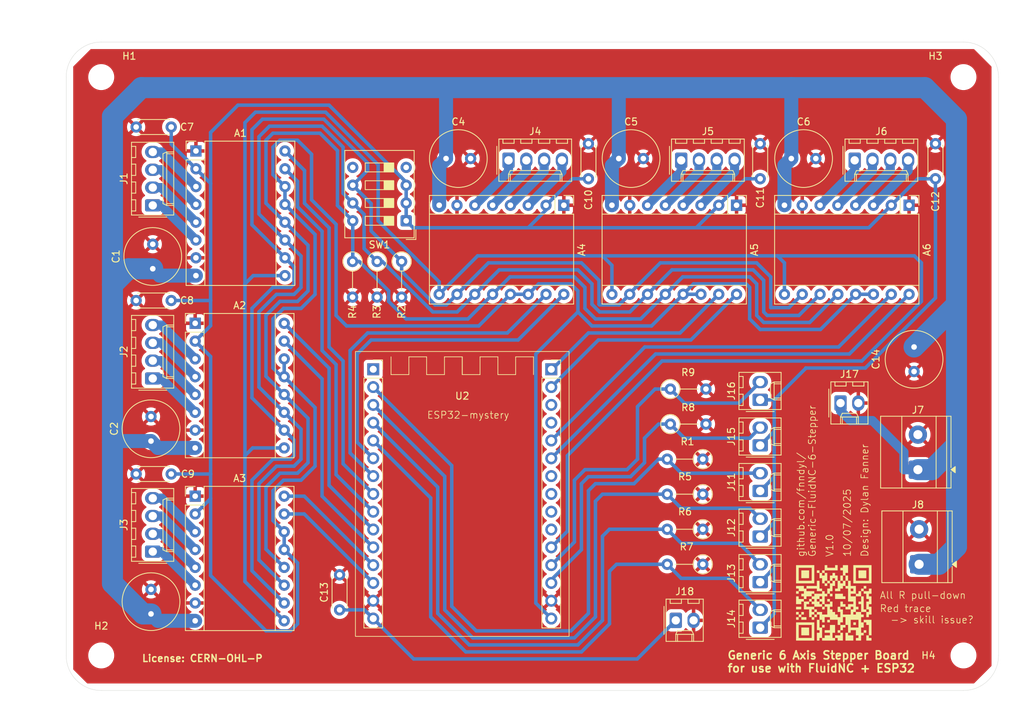
<source format=kicad_pcb>
(kicad_pcb (version 20241229) (generator "pcbnew") (generator_version "9.0")
  (layers (0 "F.Cu" signal) (2 "B.Cu" signal) (13 "F.Paste" user) (15 "B.Paste" user) (5 "F.SilkS" user "F.Silkscreen") (7 "B.SilkS" user "B.Silkscreen") (1 "F.Mask" user) (3 "B.Mask" user) (25 "Edge.Cuts" user))
  (net 0 "")
  (net 1 "Net-(A1-1A)")
  (net 2 "ENABLE_N")
  (net 3 "+3.3V")
  (net 4 "GND")
  (net 5 "+12V")
  (net 6 "Net-(A1-2B)")
  (net 7 "M0_DIR")
  (net 8 "Net-(A1-MS3)")
  (net 9 "Net-(A1-2A)")
  (net 10 "Net-(A1-MS1)")
  (net 11 "M0_STP")
  (net 12 "Net-(A1-1B)")
  (net 13 "Net-(A1-MS2)")
  (net 14 "Net-(A2-1B)")
  (net 15 "Net-(A2-1A)")
  (net 16 "Net-(A2-2B)")
  (net 17 "Net-(A2-2A)")
  (net 18 "M1_DIR")
  (net 19 "M1_STP")
  (net 20 "Net-(A3-1A)")
  (net 21 "M2_DIR")
  (net 22 "Net-(A3-2A)")
  (net 23 "Net-(A3-1B)")
  (net 24 "Net-(A3-2B)")
  (net 25 "M2_STP")
  (net 26 "Net-(A4-2A)")
  (net 27 "M3_STP")
  (net 28 "Net-(A4-1A)")
  (net 29 "M3_DIR")
  (net 30 "Net-(A4-1B)")
  (net 31 "Net-(A4-2B)")
  (net 32 "M4_DIR")
  (net 33 "Net-(A5-1B)")
  (net 34 "Net-(A5-2A)")
  (net 35 "Net-(A5-1A)")
  (net 36 "Net-(A5-2B)")
  (net 37 "M4_STP")
  (net 38 "M5_DIR")
  (net 39 "Net-(A6-1A)")
  (net 40 "Net-(A6-1B)")
  (net 41 "M5_STP")
  (net 42 "Net-(A6-2B)")
  (net 43 "Net-(A6-2A)")
  (net 44 "Net-(J11-Pin_2)")
  (net 45 "Net-(J12-Pin_2)")
  (net 46 "Net-(J13-Pin_2)")
  (net 47 "Net-(J14-Pin_2)")
  (net 48 "Net-(J15-Pin_2)")
  (net 49 "Net-(J16-Pin_2)")
  (net 50 "+5V")
  (footprint "Resistor_THT:R_Axial_DIN0207_L6.3mm_D2.5mm_P5.08mm_Vertical" (layer "F.Cu") (at 129.625 78.805 -90)
    (property "Reference" "R4")
    (property "Value" "R22k")
  )
  (footprint "Capacitor_THT:C_Radial_D8.0mm_H11.5mm_P3.50mm" (layer "F.Cu") (at 100.875 104.42 90)
    (property "Reference" "C2")
    (property "Value" "33uF")
  )
  (footprint "Capacitor_THT:C_Radial_D8.0mm_H11.5mm_P3.50mm" (layer "F.Cu") (at 167.605 64.12)
    (property "Reference" "C5")
    (property "Value" "33uF")
  )
  (footprint "Capacitor_THT:C_Disc_D4.3mm_W1.9mm_P5.00mm" (layer "F.Cu") (at 212.775 67 90)
    (property "Reference" "C12")
    (property "Value" "100nF")
  )
  (footprint "Connector_Molex:Molex_KK-254_AE-6410-02A_1x02_P2.54mm_Vertical" (layer "F.Cu") (at 175.735 130)
    (property "Reference" "J18")
    (property "Value" "Molex_01x02_Socket")
  )
  (footprint "MountingHole:MountingHole_3.2mm_M3" (layer "F.Cu") (at 93.775 52.5)
    (property "Reference" "H1")
    (property "Value" "MountingHole")
  )
  (footprint "Connector_Molex:Molex_KK-254_AE-6410-04A_1x04_P2.54mm_Vertical" (layer "F.Cu") (at 101.125 120.19 90)
    (property "Reference" "J3")
    (property "Value" "Conn_01x04_Pin")
  )
  (footprint "Capacitor_THT:C_Disc_D4.3mm_W1.9mm_P5.00mm" (layer "F.Cu") (at 187.775 67 90)
    (property "Reference" "C11")
    (property "Value" "100nF")
  )
  (footprint "MountingHole:MountingHole_3.2mm_M3" (layer "F.Cu") (at 93.775 135)
    (property "Reference" "H2")
    (property "Value" "MountingHole")
  )
  (footprint "Module:Pololu_Breakout-16_15.2x20.3mm" (layer "F.Cu") (at 107.175 87.62)
    (property "Reference" "A2")
    (property "Value" "Pololu_Breakout_A4988")
  )
  (footprint "MountingHole:MountingHole_3.2mm_M3" (layer "F.Cu") (at 216.775 135)
    (property "Reference" "H4")
    (property "Value" "MountingHole")
  )
  (footprint "Module:Pololu_Breakout-16_15.2x20.3mm" (layer "F.Cu") (at 159.765 70.78 -90)
    (property "Reference" "A4")
    (property "Value" "Pololu_Breakout_A4988")
  )
  (footprint "Resistor_THT:R_Axial_DIN0207_L6.3mm_D2.5mm_P5.08mm_Vertical" (layer "F.Cu") (at 136.625 78.805 -90)
    (property "Reference" "R2")
    (property "Value" "R22k")
  )
  (footprint "Resistor_THT:R_Axial_DIN0207_L6.3mm_D2.5mm_P5.08mm_Vertical" (layer "F.Cu") (at 179.59 117 180)
    (property "Reference" "R6")
    (property "Value" "R22k")
  )
  (footprint "Resistor_THT:R_Axial_DIN0207_L6.3mm_D2.5mm_P5.08mm_Vertical" (layer "F.Cu") (at 179.59 112 180)
    (property "Reference" "R5")
    (property "Value" "R22k")
  )
  (footprint "Connector_Molex:Molex_KK-254_AE-6410-02A_1x02_P2.54mm_Vertical" (layer "F.Cu") (at 187.775 105.04 90)
    (property "Reference" "J15")
    (property "Value" "Molex_01x02_Socket")
  )
  (footprint "Capacitor_THT:C_Radial_D8.0mm_H11.5mm_P3.50mm" (layer "F.Cu") (at 101.125 79.839182 90)
    (property "Reference" "C1")
    (property "Value" "33uF")
  )
  (footprint "Capacitor_THT:C_Disc_D4.3mm_W1.9mm_P5.00mm" (layer "F.Cu") (at 103.755 59.62 180)
    (property "Reference" "C7")
    (property "Value" "100nF")
  )
  (footprint "Connector_Molex:Molex_KK-254_AE-6410-04A_1x04_P2.54mm_Vertical" (layer "F.Cu") (at 201.255 64.37)
    (property "Reference" "J6")
    (property "Value" "Conn_01x04_Pin")
  )
  (footprint "Module:Pololu_Breakout-16_15.2x20.3mm" (layer "F.Cu") (at 107.175 112.28)
    (property "Reference" "A3")
    (property "Value" "Pololu_Breakout_A4988")
  )
  (footprint "Capacitor_THT:C_Radial_D8.0mm_H11.5mm_P3.50mm" (layer "F.Cu") (at 209.725 91 -90)
    (property "Reference" "C14")
    (property "Value" "33uF")
  )
  (footprint "Connector_Molex:Molex_KK-254_AE-6410-02A_1x02_P2.54mm_Vertical" (layer "F.Cu") (at 199.235 99)
    (property "Reference" "J17")
    (property "Value" "Molex_01x02_Socket")
  )
  (footprint "Capacitor_THT:C_Radial_D8.0mm_H11.5mm_P3.50mm" (layer "F.Cu") (at 142.965 64.12)
    (property "Reference" "C4")
    (property "Value" "33uF")
  )
  (footprint "plotter:esp32-mystery-footprint" (layer "F.Cu") (at 145.275 94.18)
    (property "Reference" "U2")
    (property "Value" "~" (hide yes))
  )
  (footprint "MountingHole:MountingHole_3.2mm_M3" (layer "F.Cu") (at 216.775 52.5)
    (property "Reference" "H3")
    (property "Value" "MountingHole")
  )
  (footprint "Resistor_THT:R_Axial_DIN0207_L6.3mm_D2.5mm_P5.08mm_Vertical" (layer "F.Cu") (at 133.125 78.805 -90)
    (property "Reference" "R3")
    (property "Value" "R22k")
  )
  (footprint "Capacitor_THT:C_Disc_D4.3mm_W1.9mm_P5.00mm" (layer "F.Cu") (at 127.775 128.5 90)
    (property "Reference" "C13")
    (property "Value" "100nF")
  )
  (footprint "Resistor_THT:R_Axial_DIN0207_L6.3mm_D2.5mm_P5.08mm_Vertical" (layer "F.Cu") (at 179.59 107 180)
    (property "Reference" "R1")
    (property "Value" "R22k")
  )
  (footprint "Capacitor_THT:C_Disc_D4.3mm_W1.9mm_P5.00mm" (layer "F.Cu") (at 103.755 84.37 180)
    (property "Reference" "C8")
    (property "Value" "100nF")
  )
  (footprint "Connector_Molex:Molex_KK-254_AE-6410-02A_1x02_P2.54mm_Vertical" (layer "F.Cu") (at 187.775 98.54 90)
    (property "Reference" "J16")
    (property "Value" "Molex_01x02_Socket")
  )
  (footprint "plotter:qr_small" (layer "F.Cu") (at 198.275 127.5)
    (property "Reference" "G***" (hide yes))
    (property "Value" "LOGO" (hide yes))
  )
  (footprint "Connector_Molex:Molex_KK-254_AE-6410-02A_1x02_P2.54mm_Vertical" (layer "F.Cu") (at 187.775 111.54 90)
    (property "Reference" "J11")
    (property "Value" "Molex_01x02_Socket")
  )
  (footprint "Resistor_THT:R_Axial_DIN0207_L6.3mm_D2.5mm_P5.08mm_Vertical" (layer "F.Cu") (at 179.59 122 180)
    (property "Reference" "R7")
    (property "Value" "R22k")
  )
  (footprint "Capacitor_THT:C_Disc_D4.3mm_W1.9mm_P5.00mm" (layer "F.Cu") (at 163.275 67 90)
    (property "Reference" "C10")
    (property "Value" "100nF")
  )
  (footprint "Capacitor_THT:C_Radial_D8.0mm_H11.5mm_P3.50mm" (layer "F.Cu") (at 100.875 129.08 90)
    (property "Reference" "C3" (hide yes))
    (property "Value" "33uF")
  )
  (footprint "Module:Pololu_Breakout-16_15.2x20.3mm" (layer "F.Cu") (at 209.015 70.78 -90)
    (property "Reference" "A6")
    (property "Value" "Pololu_Breakout_A4988")
  )
  (footprint "Capacitor_THT:C_Disc_D4.3mm_W1.9mm_P5.00mm" (layer "F.Cu") (at 103.755 109.12 180)
    (property "Reference" "C9")
    (property "Value" "100nF")
  )
  (footprint "TerminalBlock_Phoenix:TerminalBlock_Phoenix_MKDS-1,5-2_1x02_P5.00mm_Horizontal" (layer "F.Cu") (at 210.4475 122 90)
    (property "Reference" "J8")
    (property "Value" "Fan Screw Terminal")
  )
  (footprint "Button_Switch_THT:SW_DIP_SPSTx04_Slide_9.78x12.34mm_W7.62mm_P2.54mm" (layer "F.Cu") (at 137.275 73 180)
    (property "Reference" "SW1")
    (property "Value" "SW_DIP_x04")
  )
  (footprint "Connector_Molex:Molex_KK-254_AE-6410-04A_1x04_P2.54mm_Vertical" (layer "F.Cu") (at 151.875 64.37)
    (property "Reference" "J4")
    (property "Value" "Conn_01x04_Pin")
  )
  (footprint "Capacitor_THT:C_Radial_D8.0mm_H11.5mm_P3.50mm" (layer "F.Cu") (at 192.215 64.12)
    (property "Reference" "C6")
    (property "Value" "33uF")
  )
  (footprint "Resistor_THT:R_Axial_DIN0207_L6.3mm_D2.5mm_P5.08mm_Vertical" (layer "F.Cu") (at 174.96 97)
    (property "Reference" "R9")
    (property "Value" "R22k")
  )
  (footprint "Connector_Molex:Molex_KK-254_AE-6410-02A_1x02_P2.54mm_Vertical" (layer "F.Cu") (at 187.775 118.04 90)
    (property "Reference" "J12")
    (property "Value" "Molex_01x02_Socket")
  )
  (footprint "Connector_Molex:Molex_KK-254_AE-6410-02A_1x02_P2.54mm_Vertical" (layer "F.Cu") (at 187.775 124.54 90)
    (property "Reference" "J13")
    (property "Value" "Molex_01x02_Socket")
  )
  (footprint "Resistor_THT:R_Axial_DIN0207_L6.3mm_D2.5mm_P5.08mm_Vertical" (layer "F.Cu") (at 174.96 102)
    (property "Reference" "R8")
    (property "Value" "R22k")
  )
  (footprint "Module:Pololu_Breakout-16_15.2x20.3mm" (layer "F.Cu") (at 107.285 63.039182)
    (property "Reference" "A1")
    (property "Value" "Pololu_Breakout_A4988")
  )
  (footprint "Connector_Molex:Molex_KK-254_AE-6410-04A_1x04_P2.54mm_Vertical" (layer "F.Cu") (at 101.125 70.799182 90)
    (property "Reference" "J1")
    (property "Value" "Conn_01x04_Pin")
  )
  (footprint "Connector_Molex:Molex_KK-254_AE-6410-04A_1x04_P2.54mm_Vertical" (layer "F.Cu") (at 176.505 64.37)
    (property "Reference" "J5")
    (property "Value" "Conn_01x04_Pin")
  )
  (footprint "Connector_Molex:Molex_KK-254_AE-6410-02A_1x02_P2.54mm_Vertical" (layer "F.Cu") (at 187.775 131.04 90)
    (property "Reference" "J14")
    (property "Value" "Molex_01x02_Socket")
  )
  (footprint "Module:Pololu_Breakout-16_15.2x20.3mm" (layer "F.Cu") (at 184.405 70.78 -90)
    (property "Reference" "A5")
    (property "Value" "Pololu_Breakout_A4988")
  )
  (footprint "Connector_Molex:Molex_KK-254_AE-6410-04A_1x04_P2.54mm_Vertical" (layer "F.Cu") (at 101.125 95.49 90)
    (property "Reference" "J2")
    (property "Value" "Conn_01x04_Pin")
  )
  (footprint "TerminalBlock_Phoenix:TerminalBlock_Phoenix_MKDS-1,5-2_1x02_P5.00mm_Horizontal" (layer "F.Cu") (at 210.275 108.5 90)
    (property "Reference" "J7")
    (property "Value" "12V Power Input")
  )
  (gr_line (start 221.775 52.5) (end 221.775 135) (stroke (width 0.05)) (layer "Edge.Cuts"))
  (gr_arc (start 221.775 135) (mid 220.310534 138.535534) (end 216.775 140) (stroke (width 0.05)) (layer "Edge.Cuts"))
  (gr_arc (start 216.775 47.5) (mid 220.310534 48.964466) (end 221.775 52.5) (stroke (width 0.05)) (layer "Edge.Cuts"))
  (gr_arc (start 88.775 52.5) (mid 90.239466 48.964466) (end 93.775 47.5) (stroke (width 0.05)) (layer "Edge.Cuts"))
  (gr_line (start 88.775 135) (end 88.775 52.5) (stroke (width 0.05)) (layer "Edge.Cuts"))
  (gr_line (start 93.775 47.5) (end 216.775 47.5) (stroke (width 0.05)) (layer "Edge.Cuts"))
  (gr_arc (start 93.775 140) (mid 90.239466 138.535534) (end 88.775 135) (stroke (width 0.05)) (layer "Edge.Cuts"))
  (gr_line (start 216.775 140) (end 93.775 140) (stroke (width 0.05)) (layer "Edge.Cuts"))
  (gr_text "10/07/2025" (at 200.775 121 90) (layer "F.SilkS") (effects (font (size 1 1) (thickness 0.1)) (justify left bottom)))
  (gr_text "Red trace \n  -> skill issue?" (at 204.775 130.5 0) (layer "F.SilkS") (effects (font (size 1 1) (thickness 0.1)) (justify left bottom)))
  (gr_text "All R pull-down" (at 204.775 127 0) (layer "F.SilkS") (effects (font (size 1 1) (thickness 0.1)) (justify left bottom)))
  (gr_text "Design: Dylan Fanner" (at 203.275 121 90) (layer "F.SilkS") (effects (font (size 1 1) (thickness 0.1)) (justify left bottom)))
  (gr_text "V1.0" (at 198.275 121 90) (layer "F.SilkS") (effects (font (size 1 1) (thickness 0.1)) (justify left bottom)))
  (gr_text "github.com/fnndyl/\nGeneric-FluidNC-6-Stepper" (at 195.775 121 90) (layer "F.SilkS") (effects (font (size 1 1) (thickness 0.1)) (justify left bottom)))
  (gr_text "Generic 6 Axis Stepper Board\nfor use with FluidNC + ESP32" (at 183 137.5 0) (layer "F.SilkS") (effects (font (size 1.15 1.15) (thickness 0.23) (bold yes)) (justify left bottom)))
  (gr_text "License: CERN-OHL-P" (at 99.5 136 0) (layer "F.SilkS") (effects (font (size 1 1) (thickness 0.2) (bold yes)) (justify left bottom)))
  (segment (start 101.125 65.719182) (end 102.345 65.719182) (width 1.3) (layer "B.Cu") (net 1))
  (segment (start 102.345 65.719182) (end 107.285 70.659182) (width 1.3) (layer "B.Cu") (net 1))
  (segment (start 119.875 105.4) (end 115.375 105.4) (width 0.5) (layer "B.Cu") (net 2))
  (segment (start 166.625 79.354318) (end 166.625 83.48) (width 0.5) (layer "B.Cu") (net 2))
  (segment (start 115.455818 80.819182) (end 119.985 80.819182) (width 0.5) (layer "B.Cu") (net 2))
  (segment (start 114.275 82) (end 114.275 59) (width 0.5) (layer "B.Cu") (net 2))
  (segment (start 114.275 59) (end 115.775 57.5) (width 0.5) (layer "B.Cu") (net 2))
  (segment (start 119.875 130.06) (end 114.275 124.46) (width 0.5) (layer "B.Cu") (net 2))
  (segment (start 115.375 105.4) (end 114.275 106.5) (width 0.5) (layer "B.Cu") (net 2))
  (segment (start 147.465 78) (end 165.270682 78) (width 0.5) (layer "B.Cu") (net 2))
  (segment (start 157.975 119.58) (end 160.275 117.28) (width 0.5) (layer "B.Cu") (net 2))
  (segment (start 160.275 117.28) (end 160.275 106.5) (width 0.5) (layer "B.Cu") (net 2))
  (segment (start 190.235 78) (end 191.235 79) (width 0.5) (layer "B.Cu") (net 2))
  (segment (start 141.985 83.48) (end 147.465 78) (width 0.5) (layer "B.Cu") (net 2))
  (segment (start 114.775 81.5) (end 115.455818 80.819182) (width 0.5) (layer "B.Cu") (net 2))
  (segment (start 125.775 57.5) (end 133.275 65) (width 0.5) (layer "B.Cu") (net 2))
  (segment (start 114.275 106.5) (end 114.275 82) (width 0.5) (layer "B.Cu") (net 2))
  (segment (start 114.275 124.46) (end 114.275 110.5) (width 0.5) (layer "B.Cu") (net 2))
  (segment (start 114.275 110.5) (end 114.275 106.5) (width 0.5) (layer "B.Cu") (net 2))
  (segment (start 133.275 73) (end 141.985 81.71) (width 0.5) (layer "B.Cu") (net 2))
  (segment (start 141.985 81.71) (end 141.985 83.48) (width 0.5) (layer "B.Cu") (net 2))
  (segment (start 160.275 106.5) (end 173.775 93) (width 0.5) (layer "B.Cu") (net 2))
  (segment (start 190.235 78) (end 209.775 78) (width 0.5) (layer "B.Cu") (net 2))
  (segment (start 173.775 93) (end 202.275 93) (width 0.5) (layer "B.Cu") (net 2))
  (segment (start 115.775 57.5) (end 125.775 57.5) (width 0.5) (layer "B.Cu") (net 2))
  (segment (start 165.270682 78) (end 166.625 79.354318) (width 0.5) (layer "B.Cu") (net 2))
  (segment (start 114.275 82) (end 114.775 81.5) (width 0.5) (layer "B.Cu") (net 2))
  (segment (start 202.275 93) (end 210.775 84.5) (width 0.5) (layer "B.Cu") (net 2))
  (segment (start 133.275 65) (end 133.275 73) (width 0.5) (layer "B.Cu") (net 2))
  (segment (start 165.270682 78) (end 190.235 78) (width 0.5) (layer "B.Cu") (net 2))
  (segment (start 210.775 84.5) (end 210.775 79) (width 0.5) (layer "B.Cu") (net 2))
  (segment (start 210.775 79) (end 209.775 78) (width 0.5) (layer "B.Cu") (net 2))
  (segment (start 191.235 79) (end 191.235 83.48) (width 0.5) (layer "B.Cu") (net 2))
  (segment (start 189.775 122.54) (end 187.775 124.54) (width 0.5) (layer "B.Cu") (net 3))
  (segment (start 178.655 73.99) (end 203.265 73.99) (width 0.5) (layer "B.Cu") (net 3))
  (segment (start 109.375 123.6) (end 109.375 112.62) (width 0.5) (layer "B.Cu") (net 3))
  (segment (start 156.165 82) (end 154.685 83.48) (width 0.5) (layer "B.Cu") (net 3))
  (segment (start 210.255 67) (end 212.775 67) (width 0.5) (layer "B.Cu") (net 3))
  (segment (start 181.865 70.78) (end 185.645 67) (width 0.5) (layer "B.Cu") (net 3))
  (segment (start 124.275 83.5) (end 124.275 74.949182) (width 0.5) (layer "B.Cu") (net 3))
  (segment (start 109.375 67.669182) (end 107.285 65.579182) (width 0.5) (layer "B.Cu") (net 3))
  (segment (start 119.875 117.36) (end 118.275 115.76) (width 0.5) (layer "B.Cu") (net 3))
  (segment (start 127.275 73.5) (end 123.775 70) (width 0.5) (layer "B.Cu") (net 3))
  (segment (start 189.775 129.04) (end 187.775 131.04) (width 0.5) (layer "B.Cu") (net 3))
  (segment (start 127.275 86.5) (end 127.275 73.5) (width 0.5) (layer "B.Cu") (net 3))
  (segment (start 109.375 67.669182) (end 109.375 60.4) (width 0.5) (layer "B.Cu") (net 3))
  (segment (start 107.175 90.16) (end 109.375 87.96) (width 0.5) (layer "B.Cu") (net 3))
  (segment (start 178.655 73.99) (end 181.865 70.78) (width 0.5) (layer "B.Cu") (net 3))
  (segment (start 176.785 83.48) (end 179.325 83.48) (width 0.5) (layer "B.Cu") (net 3))
  (segment (start 189.775 116.04) (end 189.775 122.54) (width 0.5) (layer "B.Cu") (net 3))
  (segment (start 186.275 82.5) (end 186.275 87) (width 0.5) (layer "B.Cu") (net 3))
  (segment (start 123.775 70) (end 123.775 63.5) (width 0.5) (layer "B.Cu") (net 3))
  (segment (start 189.775 122.54) (end 189.775 129.04) (width 0.5) (layer "B.Cu") (net 3))
  (segment (start 109.375 109.12) (end 109.375 112.62) (width 0.5) (layer "B.Cu") (net 3))
  (segment (start 107.175 114.82) (end 109.375 112.62) (width 0.5) (layer "B.Cu") (net 3))
  (segment (start 122.275 85.5) (end 124.275 83.5) (width 0.5) (layer "B.Cu") (net 3))
  (segment (start 206.475 70.78) (end 210.255 67) (width 0.5) (layer "B.Cu") (net 3))
  (segment (start 107.285 65.579182) (end 103.755 62.049182) (width 0.5) (layer "B.Cu") (net 3))
  (segment (start 124.275 74.949182) (end 119.985 70.659182) (width 0.5) (layer "B.Cu") (net 3))
  (segment (start 176.785 83.48) (end 178.265 82) (width 0.5) (layer "B.Cu") (net 3))
  (segment (start 161.775 86) (end 161.775 83) (width 0.5) (layer "B.Cu") (net 3))
  (segment (start 189.775 116.04) (end 187.775 118.04) (width 0.5) (layer "B.Cu") (net 3))
  (segment (start 121.775 121.8) (end 121.775 130.5) (width 0.5) (layer "B.Cu") (net 3))
  (segment (start 137.275 70.46) (end 137.275 67.92) (width 0.5) (layer "B.Cu") (net 3))
  (segment (start 189.775 109.54) (end 189.775 116.04) (width 0.5) (layer "B.Cu") (net 3))
  (segment (start 119.985 68.119182) (end 119.985 70.659182) (width 0.5) (layer "B.Cu") (net 3))
  (segment (start 119.875 117.36) (end 119.875 119.9) (width 0.5) (layer "B.Cu") (net 3))
  (segment (start 161.775 83) (end 160.775 82) (width 0.5) (layer "B.Cu") (net 3))
  (segment (start 119.775 110) (end 122.275 110) (width 0.5) (layer "B.Cu") (net 3))
  (segment (start 119.875 119.9) (end 121.775 121.8) (width 0.5) (layer "B.Cu") (net 3))
  (segment (start 189.775 103.04) (end 187.775 105.04) (width 0.5) (layer "B.Cu") (net 3))
  (segment (start 176.785 83.48) (end 176.785 83.49) (width 0.5) (layer "B.Cu") (net 3))
  (segment (start 201.395 83.48) (end 203.935 83.48) (width 0.5) (layer "B.Cu") (net 3))
  (segment (start 186.275 87) (end 187.775 88.5) (width 0.5) (layer "B.Cu") (net 3))
  (segment (start 107.175 90.16) (end 109.375 92.36) (width 0.5) (layer "B.Cu") (net 3))
  (segment (start 126.275 56.5) (end 137.275 67.5) (width 0.5) (layer "B.Cu") (net 3))
  (segment (start 212.775 67) (end 212.775 84) (width 0.5) (layer "B.Cu") (net 3))
  (segment (start 118.275 115.76) (end 118.275 111.5) (width 0.5) (layer "B.Cu") (net 3))
  (segment (start 138.275 74) (end 137.275 73) (width 0.5) (layer "B.Cu") (net 3))
  (segment (start 185.775 82) (end 186.275 82.5) (width 0.5) (layer "B.Cu") (net 3))
  (segment (start 172.275 88) (end 163.775 88) (width 0.5) (layer "B.Cu") (net 3))
  (segment (start 189.775 109.54) (end 187.775 111.54) (width 0.5) (layer "B.Cu") (net 3))
  (segment (start 121.775 130.5) (end 120.775 131.5) (width 0.5) (layer "B.Cu") (net 3))
  (segment (start 157.225 70.78) (end 157.225 71.45) (width 0.5) (layer "B.Cu") (net 3))
  (segment (start 157.225 71.45) (end 154.685 73.99) (width 0.5) (layer "B.Cu") (net 3))
  (segment (start 189.775 98.54) (end 189.775 103.04) (width 0.5) (layer "B.Cu") (net 3))
  (segment (start 118.275 94) (end 118.275 87) (width 0.5) (layer "B.Cu") (net 3))
  (segment (start 109.375 60.4) (end 113.275 56.5) (width 0.5) (layer "B.Cu") (net 3))
  (segment (start 189.775 98.54) (end 187.775 98.54) (width 0.5) (layer "B.Cu") (net 3))
  (segment (start 109.375 84.37) (end 109.375 67.669182) (width 0.5) (layer "B.Cu") (net 3))
  (segment (start 157.975 129.74) (end 155.775 127.54) (width 0.5) (layer "B.Cu") (net 3))
  (segment (start 189.775 103.04) (end 189.775 109.54) (width 0.5) (layer "B.Cu") (net 3))
  (segment (start 176.785 83.49) (end 172.275 88) (width 0.5) (layer "B.Cu") (net 3))
  (segment (start 154.685 73.99) (end 178.655 73.99) (width 0.5) (layer "B.Cu") (net 3))
  (segment (start 194.275 94) (end 194.275 94.04) (width 0.5) (layer "B.Cu") (net 3))
  (segment (start 118.275 87) (end 119.775 85.5) (width 0.5) (layer "B.Cu") (net 3))
  (segment (start 119.875 92.7) (end 119.875 95.24) (width 0.5) (layer "B.Cu") (net 3))
  (segment (start 113.275 56.5) (end 126.275 56.5) (width 0.5) (layer "B.Cu") (net 3))
  (segment (start 157.225 70.78) (end 161.005 67) (width 0.5) (layer "B.Cu") (net 3))
  (segment (start 187.775 88.5) (end 196.375 88.5) (width 0.5) (layer "B.Cu") (net 3))
  (segment (start 103.625 84.37) (end 109.375 84.37) (width 0.5) (layer "B.Cu") (net 3))
  (segment (start 155.775 92) (end 161.775 86) (width 0.5) (layer "B.Cu") (net 3))
  (segment (start 103.755 109.12) (end 109.375 109.12) (width 0.5) (layer "B.Cu") (net 3))
  (segment (start 152.145 83.48) (end 154.685 83.48) (width 0.5) (layer "B.Cu") (net 3))
  (segment (start 103.755 62.049182) (end 103.755 59.62) (width 0.5) (layer "B.Cu") (net 3))
  (segment (start 119.265 61.5) (end 121.775 61.5) (width 0.5) (layer "B.Cu") (net 3))
  (segment (start 119.985 68.119182) (end 118.275 66.409182) (width 0.5) (layer "B.Cu") (net 3))
  (segment (start 128.775 88) (end 127.275 86.5) (width 0.5) (layer "B.Cu") (net 3))
  (segment (start 178.265 82) (end 185.775 82) (width 0.5) (layer "B.Cu") (net 3))
  (segment (start 124.275 99.64) (end 119.875 95.24) (width 0.5) (layer "B.Cu") (net 3))
  (segment (start 161.005 67) (end 163.275 67) (width 0.5) (layer "B.Cu") (net 3))
  (segment (start 152.145 83.48) (end 147.625 88) (width 0.5) (layer "B.Cu") (net 3))
  (segment (start 118.275 66.409182) (end 118.275 62.49) (width 0.5) (layer "B.Cu") (net 3))
  (segment (start 155.775 127.54) (end 155.775 92) (width 0.5) (layer "B.Cu") (net 3))
  (segment (start 163.775 88) (end 161.775 86) (width 0.5) (layer "B.Cu") (net 3))
  (segment (start 137.275 73) (end 137.275 70.46) (width 0.5) (layer "B.Cu") (net 3))
  (segment (start 185.645 67) (end 187.775 67) (width 0.5) (layer "B.Cu") (net 3))
  (segment (start 117.275 131.5) (end 109.375 123.6) (width 0.5) (layer "B.Cu") (net 3))
  (segment (start 137.275 67.5) (end 137.275 67.92) (width 0.5) (layer "B.Cu") (net 3))
  (segment (start 119.515 95.24) (end 118.275 94) (width 0.5) (layer "B.Cu") (net 3))
  (segment (start 196.375 88.5) (end 201.395 83.48) (width 0.5) (layer "B.Cu") (net 3))
  (segment (start 202.775 94) (end 194.275 94) (width 0.5) (layer "B.Cu") (net 3))
  (segment (start 109.375 92.36) (end 109.375 109.12) (width 0.5) (layer "B.Cu") (net 3))
  (segment (start 109.375 87.96) (end 109.375 84.37) (width 0.5) (layer "B.Cu") (net 3))
  (segment (start 122.275 110) (end 124.275 108) (width 0.5) (layer "B.Cu") (net 3))
  (segment (start 160.775 82) (end 156.165 82) (width 0.5) (layer "B.Cu") (net 3))
  (segment (start 118.275 62.49) (end 119.265 61.5) (width 0.5) (layer "B.Cu") (net 3))
  (segment (start 138.285 73.99) (end 138.275 74) (width 0.5) (layer "B.Cu") (net 3))
  (segment (start 212.775 84) (end 202.775 94) (width 0.5) (layer "B.Cu") (net 3))
  (segment (start 147.625 88) (end 128.775 88) (width 0.5) (layer "B.Cu") (net 3))
  (segment (start 203.265 73.99) (end 206.475 70.78) (width 0.5) (layer "B.Cu") (net 3))
  (segment (start 121.775 61.5) (end 123.775 63.5) (width 0.5) (layer "B.Cu") (net 3))
  (segment (start 118.275 111.5) (end 119.775 110) (width 0.5) (layer "B.Cu") (net 3))
  (segment (start 154.685 73.99) (end 138.285 73.99) (width 0.5) (layer "B.Cu") (net 3))
  (segment (start 194.275 94.04) (end 189.775 98.54) (width 0.5) (layer "B.Cu") (net 3))
  (segment (start 119.875 95.24) (end 119.515 95.24) (width 0.5) (layer "B.Cu") (net 3))
  (segment (start 119.775 85.5) (end 122.275 85.5) (width 0.5) (layer "B.Cu") (net 3))
  (segment (start 120.775 131.5) (end 117.275 131.5) (width 0.5) (layer "B.Cu") (net 3))
  (segment (start 124.275 108) (end 124.275 99.64) (width 0.5) (layer "B.Cu") (net 3))
  (segment (start 99.495 54) (end 95.375 58.12) (width 3) (layer "B.Cu") (net 5))
  (segment (start 212.275 108.5) (end 210.275 108.5) (width 3) (layer "B.Cu") (net 5))
  (segment (start 141.985 70.78) (end 141.985 65.1) (width 2) (layer "B.Cu") (net 5))
  (segment (start 191.235 65.1) (end 191.235 70.78) (width 2) (layer "B.Cu") (net 5))
  (segment (start 102.105 80.819182) (end 107.285 80.819182) (width 2) (layer "B.Cu") (net 5))
  (segment (start 199.235 100.095) (end 200.64 101.5) (width 1.3) (layer "B.Cu") (net 5))
  (segment (start 167.605 64.12) (end 167.605 55.39) (width 2) (layer "B.Cu") (net 5))
  (segment (start 211.275 54) (end 192.275 54) (width 3) (layer "B.Cu") (net 5))
  (segment (start 215.775 58.5) (end 211.275 54) (width 3) (layer "B.Cu") (net 5))
  (segment (start 100.875 104.42) (end 95.575 104.42) (width 2) (layer "B.Cu") (net 5))
  (segment (start 101.855 130.06) (end 100.875 129.08) (width 2) (layer "B.Cu") (net 5))
  (segment (start 101.125 79.839182) (end 97.655818 79.839182) (width 3) (layer "B.Cu") (net 5))
  (segment (start 192.275 54) (end 99.495 54) (width 3) (layer "B.Cu") (net 5))
  (segment (start 141.985 65.1) (end 142.965 64.12) (width 2) (layer "B.Cu") (net 5))
  (segment (start 192.215 64.12) (end 192.215 54.06) (width 2) (layer "B.Cu") (net 5))
  (segment (start 200.64 101.5) (end 203.775 101.5) (width 1.3) (layer "B.Cu") (net 5))
  (segment (start 95.375 124.71137) (end 99.74363 129.08) (width 3) (layer "B.Cu") (net 5))
  (segment (start 97.655818 79.839182) (end 95.375 82.12) (width 3) (layer "B.Cu") (net 5))
  (segment (start 215.775 119.5) (end 213.275 122) (width 3) (layer "B.Cu") (net 5))
  (segment (start 107.175 130.06) (end 101.855 130.06) (width 2) (layer "B.Cu") (net 5))
  (segment (start 142.965 64.12) (end 142.965 55.53) (width 2) (layer "B.Cu") (net 5))
  (segment (start 203.775 101.5) (end 208.275 106) (width 1.3) (layer "B.Cu") (net 5))
  (segment (start 95.375 104.62) (end 95.375 124.71137) (width 3) (layer "B.Cu") (net 5))
  (segment (start 101.125 79.839182) (end 102.105 80.819182) (width 2) (layer "B.Cu") (net 5))
  (segment (start 199.235 99) (end 199.235 100.095) (width 1.3) (layer "B.Cu") (net 5))
  (segment (start 215.775 84.95) (end 209.725 91) (width 3) (layer "B.Cu") (net 5))
  (segment (start 95.375 104.62) (end 95.375 82.12) (width 3) (layer "B.Cu") (net 5))
  (segment (start 215.775 105) (end 212.275 108.5) (width 3) (layer "B.Cu") (net 5))
  (segment (start 215.775 84.95) (end 215.775 103) (width 3) (layer "B.Cu") (net 5))
  (segment (start 215.775 103) (end 215.775 105) (width 3) (layer "B.Cu") (net 5))
  (segment (start 208.275 106) (end 208.275 108.5) (width 1.3) (layer "B.Cu") (net 5))
  (segment (start 95.375 58.12) (end 95.375 82.12) (width 3) (layer "B.Cu") (net 5))
  (segment (start 101.855 105.4) (end 107.175 105.4) (width 2) (layer "B.Cu") (net 5))
  (segment (start 208.275 108.5) (end 210.275 108.5) (width 1.3) (layer "B.Cu") (net 5))
  (segment (start 213.275 122) (end 210.4475 122) (width 3) (layer "B.Cu") (net 5))
  (segment (start 166.625 65.1) (end 166.625 70.78) (width 2) (layer "B.Cu") (net 5))
  (segment (start 192.215 54.06) (end 192.275 54) (width 2) (layer "B.Cu") (net 5))
  (segment (start 215.775 84.95) (end 215.775 58.5) (width 3) (layer "B.Cu") (net 5))
  (segment (start 167.605 64.12) (end 166.625 65.1) (width 2) (layer "B.Cu") (net 5))
  (segment (start 100.875 104.42) (end 101.855 105.4) (width 2) (layer "B.Cu") (net 5))
  (segment (start 215.775 103) (end 215.775 119.5) (width 3) (layer "B.Cu") (net 5))
  (segment (start 99.74363 129.08) (end 100.875 129.08) (width 3) (layer "B.Cu") (net 5))
  (segment (start 192.215 64.12) (end 191.235 65.1) (width 2) (layer "B.Cu") (net 5))
  (segment (start 101.125 70.799182) (end 102.345 70.799182) (width 1.3) (layer "B.Cu") (net 6))
  (segment (start 102.345 70.799182) (end 107.285 75.739182) (width 1.3) (layer "B.Cu") (net 6))
  (segment (start 122.775 70.5) (end 126.275 74) (width 0.5) (layer "B.Cu") (net 7))
  (segment (start 119.985 63.039182) (end 122.775 65.829182) (width 0.5) (layer "B.Cu") (net 7))
  (segment (start 128.275 93) (end 128.275 107.66) (width 0.5) (layer "B.Cu") (net 7))
  (segment (start 126.275 91) (end 128.275 93) (width 0.5) (layer "B.Cu") (net 7))
  (segment (start 128.275 107.66) (end 132.575 111.96) (width 0.5) (layer "B.Cu") (net 7))
  (segment (start 122.775 65.829182) (end 122.775 70.5) (width 0.5) (layer "B.Cu") (net 7))
  (segment (start 126.275 74) (end 126.275 91) (width 0.5) (layer "B.Cu") (net 7))
  (segment (start 123.275 101.18) (end 119.875 97.78) (width 0.5) (layer "B.Cu") (net 8))
  (segment (start 127.476 62.994564) (end 124.981436 60.5) (width 0.5) (layer "B.Cu") (net 8))
  (segment (start 123.275 107.5) (end 123.275 101.18) (width 0.5) (layer "B.Cu") (net 8))
  (segment (start 129.655 73) (end 127.476 70.821) (width 0.5) (layer "B.Cu") (net 8))
  (segment (start 118.275 60.5) (end 117.275 61.5) (width 0.5) (layer "B.Cu") (net 8))
  (segment (start 176.725 81) (end 186.275 81) (width 0.5) (layer "B.Cu") (net 8))
  (segment (start 121.775 84.5) (end 123.275 83) (width 0.5) (layer "B.Cu") (net 8))
  (segment (start 130.58 78.805) (end 134.775 83) (width 0.5) (layer "B.Cu") (net 8))
  (segment (start 137.275 87) (end 146.085 87) (width 0.5) (layer "B.Cu") (net 8))
  (segment (start 119.875 122.44) (end 117.275 119.84) (width 0.5) (layer "B.Cu") (net 8))
  (segment (start 129.655 78.62) (end 129.655 73) (width 0.5) (layer "B.Cu") (net 8))
  (segment (start 186.275 81) (end 187.275 82) (width 0.5) (layer "B.Cu") (net 8))
  (segment (start 119.275 109) (end 121.775 109) (width 0.5) (layer "B.Cu") (net 8))
  (segment (start 117.275 111) (end 119.275 109) (width 0.5) (layer "B.Cu") (net 8))
  (segment (start 121.775 109) (end 123.275 107.5) (width 0.5) (layer "B.Cu") (net 8))
  (segment (start 162.775 82.5) (end 162.775 85.5) (width 0.5) (layer "B.Cu") (net 8))
  (segment (start 146.085 87) (end 149.605 83.48) (width 0.5) (layer "B.Cu") (net 8))
  (segment (start 117.275 61.5) (end 117.275 70.489182) (width 0.5) (layer "B.Cu") (net 8))
  (segment (start 129.625 78.805) (end 130.58 78.805) (width 0.5) (layer "B.Cu") (net 8))
  (segment (start 124.981436 60.5) (end 118.275 60.5) (width 0.5) (layer "B.Cu") (net 8))
  (segment (start 117.275 86.5) (end 119.275 84.5) (width 0.5) (layer "B.Cu") (net 8))
  (segment (start 119.275 84.5) (end 121.775 84.5) (width 0.5) (layer "B.Cu") (net 8))
  (segment (start 123.275 76.489182) (end 119.985 73.199182) (width 0.5) (layer "B.Cu") (net 8))
  (segment (start 129.625 78.65) (end 129.655 78.62) (width 0.5) (layer "B.Cu") (net 8))
  (segment (start 187.275 86.5) (end 188.275 87.5) (width 0.5) (layer "B.Cu") (net 8))
  (segment (start 134.775 84.5) (end 137.275 87) (width 0.5) (layer "B.Cu") (net 8))
  (segment (start 117.275 70.489182) (end 119.985 73.199182) (width 0.5) (layer "B.Cu") (net 8))
  (segment (start 152.085 81) (end 161.275 81) (width 0.5) (layer "B.Cu") (net 8))
  (segment (start 187.275 82) (end 187.275 86.5) (width 0.5) (layer "B.Cu") (net 8))
  (segment (start 164.275 87) (end 170.725 87) (width 0.5) (layer "B.Cu") (net 8))
  (segment (start 123.275 83) (end 123.275 76.489182) (width 0.5) (layer "B.Cu") (net 8))
  (segment (start 117.275 95.18) (end 117.275 86.5) (width 0.5) (layer "B.Cu") (net 8))
  (segment (start 149.605 83.48) (end 152.085 81) (width 0.5) (layer "B.Cu") (net 8))
  (segment (start 117.275 119.84) (end 117.275 111) (width 0.5) (layer "B.Cu") (net 8))
  (segment (start 194.835 87.5) (end 198.855 83.48) (width 0.5) (layer "B.Cu") (net 8))
  (segment (start 174.245 83.48) (end 176.725 81) (width 0.5) (layer "B.Cu") (net 8))
  (segment (start 127.476 70.821) (end 127.476 62.994564) (width 0.5) (layer "B.Cu") (net 8))
  (segment (start 119.875 97.78) (end 117.275 95.18) (width 0.5) (layer "B.Cu") (net 8))
  (segment (start 134.775 83) (end 134.775 84.5) (width 0.5) (layer "B.Cu") (net 8))
  (segment (start 170.725 87) (end 174.245 83.48) (width 0.5) (layer "B.Cu") (net 8))
  (segment (start 129.625 78.805) (end 129.625 78.65) (width 0.5) (layer "B.Cu") (net 8))
  (segment (start 188.275 87.5) (end 194.835 87.5) (width 0.5) (layer "B.Cu") (net 8))
  (segment (start 161.275 81) (end 162.775 82.5) (width 0.5) (layer "B.Cu") (net 8))
  (segment (start 162.775 85.5) (end 164.275 87) (width 0.5) (layer "B.Cu") (net 8))
  (segment (start 101.125 68.259182) (end 102.345 68.259182) (width 1.3) (layer "B.Cu") (net 9))
  (segment (start 102.345 68.259182) (end 107.285 73.199182) (width 1.3) (layer "B.Cu") (net 9))
  (segment (start 191.874887 85.380113) (end 189.275 85.380113) (width 0.5) (layer "B.Cu") (net 10))
  (segment (start 121.275 106.5) (end 121.275 104.26) (width 0.5) (layer "B.Cu") (net 10))
  (segment (start 162.275 79) (end 149.005 79) (width 0.5) (layer "B.Cu") (net 10))
  (segment (start 115.275 60) (end 116.775 58.5) (width 0.5) (layer "B.Cu") (net 10))
  (segment (start 129.655 67.92) (end 129.655 67.62) (width 0.5) (layer "B.Cu") (net 10))
  (segment (start 121.275 104.26) (end 119.875 102.86) (width 0.5) (layer "B.Cu") (net 10))
  (segment (start 164.864364 85) (end 164.775 84.910636) (width 0.5) (layer "B.Cu") (net 10))
  (segment (start 121.275 82) (end 121.275 79.569182) (width 0.5) (layer "B.Cu") (net 10))
  (segment (start 173.525113 79) (end 169.165 83.360113) (width 0.5) (layer "B.Cu") (net 10))
  (segment (start 164.775 81.5) (end 162.275 79) (width 0.5) (layer "B.Cu") (net 10))
  (segment (start 115.275 73.569182) (end 115.275 60) (width 0.5) (layer "B.Cu") (net 10))
  (segment (start 118.275 82.5) (end 120.775 82.5) (width 0.5) (layer "B.Cu") (net 10))
  (segment (start 187.275 79) (end 173.525113 79) (width 0.5) (layer "B.Cu") (net 10))
  (segment (start 169.165 83.48) (end 167.645 85) (width 0.5) (layer "B.Cu") (net 10))
  (segment (start 120.775 82.5) (end 121.275 82) (width 0.5) (layer "B.Cu") (net 10))
  (segment (start 132.275 74.455) (end 132.275 70.54) (width 0.5) (layer "B.Cu") (net 10))
  (segment (start 119.875 102.86) (end 115.275 98.26) (width 0.5) (layer "B.Cu") (net 10))
  (segment (start 119.985 78.279182) (end 115.275 73.569182) (width 0.5) (layer "B.Cu") (net 10))
  (segment (start 149.005 79) (end 144.525 83.48) (width 0.5) (layer "B.Cu") (net 10))
  (segment (start 116.775 58.5) (end 125.525 58.5) (width 0.5) (layer "B.Cu") (net 10))
  (segment (start 132.275 70.54) (end 129.655 67.92) (width 0.5) (layer "B.Cu") (net 10))
  (segment (start 141.408958 85) (end 143.005 85) (width 0.5) (layer "B.Cu") (net 10))
  (segment (start 136.625 78.805) (end 132.275 74.455) (width 0.5) (layer "B.Cu") (net 10))
  (segment (start 131.775 65.8) (end 129.655 67.92) (width 0.5) (layer "B.Cu") (net 10))
  (segment (start 115.275 98.26) (end 115.275 85.5) (width 0.5) (layer "B.Cu") (net 10))
  (segment (start 164.775 84.910636) (end 164.775 81.5) (width 0.5) (layer "B.Cu") (net 10))
  (segment (start 118.275 107) (end 120.775 107) (width 0.5) (layer "B.Cu") (net 10))
  (segment (start 143.005 85) (end 144.525 83.48) (width 0.5) (layer "B.Cu") (net 10))
  (segment (start 125.525 58.5) (end 131.775 64.75) (width 0.5) (layer "B.Cu") (net 10))
  (segment (start 120.775 107) (end 121.275 106.5) (width 0.5) (layer "B.Cu") (net 10))
  (segment (start 115.275 110) (end 118.275 107) (width 0.5) (layer "B.Cu") (net 10))
  (segment (start 167.645 85) (end 164.864364 85) (width 0.5) (layer "B.Cu") (net 10))
  (segment (start 119.875 127.52) (end 115.275 122.92) (width 0.5) (layer "B.Cu") (net 10))
  (segment (start 193.775 83.48) (end 191.874887 85.380113) (width 0.5) (layer "B.Cu") (net 10))
  (segment (start 129.655 67.92) (end 129.655 67.38) (width 0.5) (layer "B.Cu") (net 10))
  (segment (start 136.625 78.805) (end 136.625 80.216042) (width 0.5) (layer "B.Cu") (net 10))
  (segment (start 121.275 79.569182) (end 119.985 78.279182) (width 0.5) (layer "B.Cu") (net 10))
  (segment (start 189.275 81) (end 187.275 79) (width 0.5) (layer "B.Cu") (net 10))
  (segment (start 115.275 122.92) (end 115.275 110) (width 0.5) (layer "B.Cu") (net 10))
  (segment (start 115.275 85.5) (end 118.275 82.5) (width 0.5) (layer "B.Cu") (net 10))
  (segment (start 136.625 80.216042) (end 141.408958 85) (width 0.5) (layer "B.Cu") (net 10))
  (segment (start 189.275 85.380113) (end 189.275 81) (width 0.5) (layer "B.Cu") (net 10))
  (segment (start 131.775 64.75) (end 131.775 65.8) (width 0.5) (layer "B.Cu") (net 10))
  (segment (start 121.775 67.369182) (end 119.985 65.579182) (width 0.5) (layer "B.Cu") (net 11))
  (segment (start 125.275 74.5) (end 121.775 71) (width 0.5) (layer "B.Cu") (net 11))
  (segment (start 121.775 71) (end 121.775 67.369182) (width 0.5) (layer "B.Cu") (net 11))
  (segment (start 127.275 93.5) (end 125.275 91.5) (width 0.5) (layer "B.Cu") (net 11))
  (segment (start 125.275 91.5) (end 125.275 74.5) (width 0.5) (layer "B.Cu") (net 11))
  (segment (start 132.575 114.5) (end 127.275 109.2) (width 0.5) (layer "B.Cu") (net 11))
  (segment (start 127.275 109.2) (end 127.275 93.5) (width 0.5) (layer "B.Cu") (net 11))
  (segment (start 102.345 63.179182) (end 107.285 68.119182) (width 1.3) (layer "B.Cu") (net 12))
  (segment (start 101.125 63.179182) (end 102.345 63.179182) (width 1.3) (layer "B.Cu") (net 12))
  (segment (start 125.275 59.5) (end 117.775 59.5) (width 0.5) (layer "B.Cu") (net 13))
  (segment (start 116.275 110.5) (end 118.775 108) (width 0.5) (layer "B.Cu") (net 13))
  (segment (start 116.275 121.38) (end 116.275 110.5) (width 0.5) (layer "B.Cu") (net 13))
  (segment (start 122.275 82.5) (end 122.275 78.029182) (width 0.5) (layer "B.Cu") (net 13))
  (segment (start 116.275 96.72) (end 116.275 86) (width 0.5) (layer "B.Cu") (net 13))
  (segment (start 119.875 124.98) (end 116.275 121.38) (width 0.5) (layer "B.Cu") (net 13))
  (segment (start 164.873 86) (end 169.185 86) (width 0.5) (layer "B.Cu") (net 13))
  (segment (start 144.545 86) (end 141.069092 86) (width 0.5) (layer "B.Cu") (net 13))
  (segment (start 119.875 100.32) (end 116.275 96.72) (width 0.5) (layer "B.Cu") (net 13))
  (segment (start 133.125 78.805) (end 133.874092 78.805) (width 0.5) (layer "B.Cu") (net 13))
  (segment (start 133.874092 78.805) (end 141.069092 86) (width 0.5) (layer "B.Cu") (net 13))
  (segment (start 175.185 80) (end 186.775 80) (width 0.5) (layer "B.Cu") (net 13))
  (segment (start 147.065 83.48) (end 144.545 86) (width 0.5) (layer "B.Cu") (net 13))
  (segment (start 118.775 108) (end 121.275 108) (width 0.5) (layer "B.Cu") (net 13))
  (segment (start 147.065 83.48) (end 150.545 80) (width 0.5) (layer "B.Cu") (net 13))
  (segment (start 193.295 86.5) (end 196.315 83.48) (width 0.5) (layer "B.Cu") (net 13))
  (segment (start 128.275 69.08) (end 128.275 62.5) (width 0.5) (layer "B.Cu") (net 13))
  (segment (start 188.275 81.5) (end 188.275 86) (width 0.5) (layer "B.Cu") (net 13))
  (segment (start 128.275 62.5) (end 125.275 59.5) (width 0.5) (layer "B.Cu") (net 13))
  (segment (start 131.275 72.08) (end 129.655 70.46) (width 0.5) (layer "B.Cu") (net 13))
  (segment (start 188.775 86.5) (end 193.295 86.5) (width 0.5) (layer "B.Cu") (net 13))
  (segment (start 129.655 70.46) (end 128.275 69.08) (width 0.5) (layer "B.Cu") (net 13))
  (segment (start 116.275 72.029182) (end 119.985 75.739182) (width 0.5) (layer "B.Cu") (net 13))
  (segment (start 121.275 83.5) (end 122.275 82.5) (width 0.5) (layer "B.Cu") (net 13))
  (segment (start 116.275 86) (end 118.775 83.5) (width 0.5) (layer "B.Cu") (net 13))
  (segment (start 133.125 78.805) (end 131.275 76.955) (width 0.5) (layer "B.Cu") (net 13))
  (segment (start 161.775 80) (end 163.775 82) (width 0.5) (layer "B.Cu") (net 13))
  (segment (start 163.775 84.902) (end 164.873 86) (width 0.5) (layer "B.Cu") (net 13))
  (segment (start 169.185 86) (end 171.705 83.48) (width 0.5) (layer "B.Cu") (net 13))
  (segment (start 122.275 78.029182) (end 119.985 75.739182) (width 0.5) (layer "B.Cu") (net 13))
  (segment (start 163.775 82) (end 163.775 84.902) (width 0.5) (layer "B.Cu") (net 13))
  (segment (start 171.705 83.48) (end 175.185 80) (width 0.5) (layer "B.Cu") (net 13))
  (segment (start 150.545 80) (end 161.775 80) (width 0.5) (layer "B.Cu") (net 13))
  (segment (start 122.275 107) (end 122.275 102.72) (width 0.5) (layer "B.Cu") (net 13))
  (segment (start 122.275 102.72) (end 119.875 100.32) (width 0.5) (layer "B.Cu") (net 13))
  (segment (start 186.775 80) (end 188.275 81.5) (width 0.5) (layer "B.Cu") (net 13))
  (segment (start 121.275 108) (end 122.275 107) (width 0.5) (layer "B.Cu") (net 13))
  (segment (start 131.275 76.955) (end 131.275 72.08) (width 0.5) (layer "B.Cu") (net 13))
  (segment (start 117.775 59.5) (end 116.275 61) (width 0.5) (layer "B.Cu") (net 13))
  (segment (start 116.275 61) (end 116.275 72.029182) (width 0.5) (layer "B.Cu") (net 13))
  (segment (start 118.775 83.5) (end 121.275 83.5) (width 0.5) (layer "B.Cu") (net 13))
  (segment (start 188.275 86) (end 188.775 86.5) (width 0.5) (layer "B.Cu") (net 13))
  (segment (start 101.125 87.87) (end 102.345 87.87) (width 1.3) (layer "B.Cu") (net 14))
  (segment (start 102.345 87.87) (end 107.175 92.7) (width 1.3) (layer "B.Cu") (net 14))
  (segment (start 102.345 90.41) (end 107.175 95.24) (width 1.3) (layer "B.Cu") (net 15))
  (segment (start 101.125 90.41) (end 102.345 90.41) (width 1.3) (layer "B.Cu") (net 15))
  (segment (start 101.125 95.49) (end 102.345 95.49) (width 1.3) (layer "B.Cu") (net 16))
  (segment (start 102.345 95.49) (end 107.175 100.32) (width 1.3) (layer "B.Cu") (net 16))
  (segment (start 101.125 92.95) (end 102.345 92.95) (width 1.3) (layer "B.Cu") (net 17))
  (segment (start 102.345 92.95) (end 107.175 97.78) (width 1.3) (layer "B.Cu") (net 17))
  (segment (start 132.575 117.04) (end 126.275 110.74) (width 0.5) (layer "B.Cu") (net 18))
  (segment (start 126.275 94.02) (end 119.875 87.62) (width 0.5) (layer "B.Cu") (net 18))
  (segment (start 126.275 110.74) (end 126.275 94.02) (width 0.5) (layer "B.Cu") (net 18))
  (segment (start 119.875 90.16) (end 125.275 95.56) (width 0.5) (layer "B.Cu") (net 19))
  (segment (start 125.275 112.28) (end 132.575 119.58) (width 0.5) (layer "B.Cu") (net 19))
  (segment (start 125.275 95.56) (end 125.275 112.28) (width 0.5) (layer "B.Cu") (net 19))
  (segment (start 101.125 115.11) (end 102.385 115.11) (width 1.3) (layer "B.Cu") (net 20))
  (segment (start 102.385 115.11) (end 107.175 119.9) (width 1.3) (layer "B.Cu") (net 20))
  (segment (start 119.875 112.28) (end 122.735 112.28) (width 0.5) (layer "B.Cu") (net 21))
  (segment (start 122.735 112.28) (end 132.575 122.12) (width 0.5) (layer "B.Cu") (net 21))
  (segment (start 101.125 117.65) (end 102.385 117.65) (width 1.3) (layer "B.Cu") (net 22))
  (segment (start 102.385 117.65) (end 107.175 122.44) (width 1.3) (layer "B.Cu") (net 22))
  (segment (start 102.385 112.57) (end 107.175 117.36) (width 1.3) (layer "B.Cu") (net 23))
  (segment (start 101.125 112.57) (end 102.385 112.57) (width 1.3) (layer "B.Cu") (net 23))
  (segment (start 101.125 120.19) (end 102.385 120.19) (width 1.3) (layer "B.Cu") (net 24))
  (segment (start 102.385 120.19) (end 107.175 124.98) (width 1.3) (layer "B.Cu") (net 24))
  (segment (start 119.875 114.82) (end 122.735 114.82) (width 0.5) (layer "B.Cu") (net 25))
  (segment (start 122.735 114.82) (end 132.575 124.66) (width 0.5) (layer "B.Cu") (net 25))
  (segment (start 154.415 65.97) (end 154.415 64.37) (width 1.3) (layer "B.Cu") (net 26))
  (segment (start 149.605 70.78) (end 154.415 65.97) (width 1.3) (layer "B.Cu") (net 26))
  (segment (start 131.775 89) (end 151.705 89) (width 0.5) (layer "B.Cu") (net 27))
  (segment (start 132.575 109.42) (end 129.275 106.12) (width 0.5) (layer "B.Cu") (net 27))
  (segment (start 129.275 91.5) (end 131.775 89) (width 0.5) (layer "B.Cu") (net 27))
  (segment (start 129.275 106.12) (end 129.275 91.5) (width 0.5) (layer "B.Cu") (net 27))
  (segment (start 151.705 89) (end 157.225 83.48) (width 0.5) (layer "B.Cu") (net 27))
  (segment (start 152.145 70.78) (end 156.955 65.97) (width 1.3) (layer "B.Cu") (net 28))
  (segment (start 156.955 65.97) (end 156.955 64.37) (width 1.3) (layer "B.Cu") (net 28))
  (segment (start 153.245 90) (end 132.275 90) (width 0.5) (layer "B.Cu") (net 29))
  (segment (start 130.275 104.58) (end 132.575 106.88) (width 0.5) (layer "B.Cu") (net 29))
  (segment (start 132.275 90) (end 130.275 92) (width 0.5) (layer "B.Cu") (net 29))
  (segment (start 159.765 83.48) (end 153.245 90) (width 0.5) (layer "B.Cu") (net 29))
  (segment (start 130.275 92) (end 130.275 104.58) (width 0.5) (layer "B.Cu") (net 29))
  (segment (start 154.685 70.78) (end 159.495 65.97) (width 1.3) (layer "B.Cu") (net 30))
  (segment (start 159.495 65.97) (end 159.495 64.37) (width 1.3) (layer "B.Cu") (net 30))
  (segment (start 151.875 65.97) (end 147.065 70.78) (width 1.3) (layer "B.Cu") (net 31))
  (segment (start 151.875 64.37) (end 151.875 65.97) (width 1.3) (layer "B.Cu") (net 31))
  (segment (start 177.885 90) (end 184.405 83.48) (width 0.5) (layer "B.Cu") (net 32))
  (segment (start 164.695 90) (end 177.885 90) (width 0.5) (layer "B.Cu") (net 32))
  (segment (start 157.975 96.72) (end 164.695 90) (width 0.5) (layer "B.Cu") (net 32))
  (segment (start 184.125 65.98) (end 179.325 70.78) (width 1.3) (layer "B.Cu") (net 33))
  (segment (start 184.125 64.37) (end 184.125 65.98) (width 1.3) (layer "B.Cu") (net 33))
  (segment (start 179.045 64.37) (end 179.045 65.98) (width 1.3) (layer "B.Cu") (net 34))
  (segment (start 179.045 65.98) (end 174.245 70.78) (width 1.3) (layer "B.Cu") (net 34))
  (segment (start 181.585 65.98) (end 176.785 70.78) (width 1.3) (layer "B.Cu") (net 35))
  (segment (start 181.585 64.37) (end 181.585 65.98) (width 1.3) (layer "B.Cu") (net 35))
  (segment (start 176.505 64.37) (end 176.505 65.98) (width 1.3) (layer "B.Cu") (net 36))
  (segment (start 176.505 65.98) (end 171.705 70.78) (width 1.3) (layer "B.Cu") (net 36))
  (segment (start 157.975 94.18) (end 158.095 94.18) (width 0.5) (layer "B.Cu") (net 37))
  (segment (start 158.095 94.18) (end 163.275 89) (width 0.5) (layer "B.Cu") (net 37))
  (segment (start 176.345 89) (end 181.865 83.48) (width 0.5) (layer "B.Cu") (net 37))
  (segment (start 163.275 89) (end 176.345 89) (width 0.5) (layer "B.Cu") (net 37))
  (segment (start 209.015 83.48) (end 200.495 92) (width 0.5) (layer "B.Cu") (net 38))
  (segment (start 200.495 92) (end 172.855 92) (width 0.5) (layer "B.Cu") (net 38))
  (segment (start 172.855 92) (end 157.975 106.88) (width 0.5) (layer "B.Cu") (net 38))
  (segment (start 206.335 65.84) (end 201.395 70.78) (width 1.3) (layer "B.Cu") (net 39))
  (segment (start 206.335 64.37) (end 206.335 65.84) (width 1.3) (layer "B.Cu") (net 39))
  (segment (start 208.875 65.84) (end 203.935 70.78) (width 1.3) (layer "B.Cu") (net 40))
  (segment (start 208.875 64.37) (end 208.875 65.84) (width 1.3) (layer "B.Cu") (net 40))
  (segment (start 171.315 91) (end 198.955 91) (width 0.5) (layer "B.Cu") (net 41))
  (segment (start 198.955 91) (end 206.475 83.48) (width 0.5) (layer "B.Cu") (net 41))
  (segment (start 157.975 104.34) (end 171.315 91) (width 0.5) (layer "B.Cu") (net 41))
  (segment (start 201.255 64.37) (end 201.255 65.84) (width 1.3) (layer "B.Cu") (net 42))
  (segment (start 201.255 65.84) (end 196.315 70.78) (width 1.3) (layer "B.Cu") (net 42))
  (segment (start 203.795 64.37) (end 203.795 65.84) (width 1.3) (layer "B.Cu") (net 43))
  (segment (start 203.795 65.84) (end 198.855 70.78) (width 1.3) (layer "B.Cu") (net 43))
  (segment (start 143.775 128) (end 147.275 131.5) (width 0.5) (layer "B.Cu") (net 44))
  (segment (start 132.575 96.72) (end 143.775 107.92) (width 0.5) (layer "B.Cu") (net 44))
  (segment (start 173.275 107) (end 174.51 107) (width 0.5) (layer "B.Cu") (net 44))
  (segment (start 147.275 131.5) (end 160.775 131.5) (width 0.5) (layer "B.Cu") (net 44))
  (segment (start 169.775 110.5) (end 173.275 107) (width 0.5) (layer "B.Cu") (net 44))
  (segment (start 143.775 107.92) (end 143.775 128) (width 0.5) (layer "B.Cu") (net 44))
  (segment (start 174.51 107) (end 176.51 109) (width 0.5) (layer "B.Cu") (net 44))
  (segment (start 164.275 110.5) (end 169.775 110.5) (width 0.5) (layer "B.Cu") (net 44))
  (segment (start 160.775 131.5) (end 163.275 129) (width 0.5) (layer "B.Cu") (net 44))
  (segment (start 163.275 111.5) (end 164.275 110.5) (width 0.5) (layer "B.Cu") (net 44))
  (segment (start 163.275 129) (end 163.275 111.5) (width 0.5) (layer "B.Cu") (net 44))
  (segment (start 176.51 109) (end 187.775 109) (width 0.5) (layer "B.Cu") (net 44))
  (segment (start 174.51 112) (end 176.51 114) (width 0.5) (layer "B.Cu") (net 45))
  (segment (start 146.775 132.5) (end 161.275 132.5) (width 0.5) (layer "B.Cu") (net 45))
  (segment (start 165.275 112) (end 174.51 112) (width 0.5) (layer "B.Cu") (net 45))
  (segment (start 186.275 114) (end 187.775 115.5) (width 0.5) (layer "B.Cu") (net 45))
  (segment (start 164.275 113) (end 165.275 112) (width 0.5) (layer "B.Cu") (net 45))
  (segment (start 176.51 114) (end 186.275 114) (width 0.5) (layer "B.Cu") (net 45))
  (segment (start 164.275 129.5) (end 164.275 113) (width 0.5) (layer "B.Cu") (net 45))
  (segment (start 142.775 128.5) (end 146.775 132.5) (width 0.5) (layer "B.Cu") (net 45))
  (segment (start 132.575 99.26) (end 142.775 109.46) (width 0.5) (layer "B.Cu") (net 45))
  (segment (start 142.775 109.46) (end 142.775 128.5) (width 0.5) (layer "B.Cu") (net 45))
  (segment (start 161.275 132.5) (end 164.275 129.5) (width 0.5) (layer "B.Cu") (net 45))
  (segment (start 165.275 118) (end 166.275 117) (width 0.5) (layer "B.Cu") (net 46))
  (segment (start 146.275 133.5) (end 161.775 133.5) (width 0.5) (layer "B.Cu") (net 46))
  (segment (start 165.275 130) (end 165.275 118) (width 0.5) (layer "B.Cu") (net 46))
  (segment (start 174.51 117) (end 176.51 119) (width 0.5) (layer "B.Cu") (net 46))
  (segment (start 141.775 111) (end 141.775 129) (width 0.5) (layer "B.Cu") (net 46))
  (segment (start 141.775 129) (end 146.275 133.5) (width 0.5) (layer "B.Cu") (net 46))
  (segment (start 184.775 119) (end 176.51 119) (width 0.5) (layer "B.Cu") (net 46))
  (segment (start 184.775 119) (end 187.775 122) (width 0.5) (layer "B.Cu") (net 46))
  (segment (start 166.275 117) (end 174.51 117) (width 0.5) (layer "B.Cu") (net 46))
  (segment (start 161.775 133.5) (end 165.275 130) (width 0.5) (layer "B.Cu") (net 46))
  (segment (start 132.575 101.8) (end 141.775 111) (width 0.5) (layer "B.Cu") (net 46))
  (segment (start 166.275 123) (end 167.275 122) (width 0.5) (layer "B.Cu") (net 47))
  (segment (start 132.575 104.34) (end 140.775 112.54) (width 0.5) (layer "B.Cu") (net 47))
  (segment (start 145.775 134.5) (end 162.275 134.5) (width 0.5) (layer "B.Cu") (net 47))
  (segment (start 162.275 134.5) (end 166.275 130.5) (width 0.5) (layer "B.Cu") (net 47))
  (segment (start 166.275 130.5) (end 166.275 123) (width 0.5) (layer "B.Cu") (net 47))
  (segment (start 183.275 124) (end 187.775 128.5) (width 0.5) (layer "B.Cu") (net 47))
  (segment (start 140.775 129.5) (end 145.775 134.5) (width 0.5) (layer "B.Cu") (net 47))
  (segment (start 174.51 122) (end 176.51 124) (width 0.5) (layer "B.Cu") (net 47))
  (segment (start 176.51 124) (end 183.275 124) (width 0.5) (layer "B.Cu") (net 47))
  (segment (start 140.775 112.54) (end 140.775 129.5) (width 0.5) (layer "B.Cu") (net 47))
  (segment (start 167.275 122) (end 174.51 122) (width 0.5) (layer "B.Cu") (net 47))
  (segment (start 176.96 104) (end 186.275 104) (width 0.5) (layer "B.Cu") (net 48))
  (segment (start 157.975 124.66) (end 157.975 124.215818) (width 0.5) (layer "B.Cu") (net 48))
  (segment (start 157.975 124.215818) (end 162.275 119.915818) (width 0.5) (layer "B.Cu") (net 48))
  (segment (start 186.275 104) (end 187.775 102.5) (width 0.5) (layer "B.Cu") (net 48))
  (segment (start 173.275 102) (end 174.96 102) (width 0.5) (layer "B.Cu") (net 48))
  (segment (start 162.275 119.915818) (end 162.275 110.5) (width 0.5) (layer "B.Cu") (net 48))
  (segment (start 162.275 110.5) (end 163.275 109.5) (width 0.5) (layer "B.Cu") (net 48))
  (segment (start 171.275 107.5) (end 171.275 104) (width 0.5) (layer "B.Cu") (net 48))
  (segment (start 163.275 109.5) (end 169.275 109.5) (width 0.5) (layer "B.Cu") (net 48))
  (segment (start 174.96 102) (end 176.96 104) (width 0.5) (layer "B.Cu") (net 48))
  (segment (start 171.275 104) (end 173.275 102) (width 0.5) (layer "B.Cu") (net 48))
  (segment (start 169.275 109.5) (end 171.275 107.5) (width 0.5) (layer "B.Cu") (net 48))
  (segment (start 176.96 99) (end 184.775 99) (width 0.5) (layer "B.Cu") (net 49))
  (segment (start 170.275 99.5) (end 172.775 97) (width 0.5) (layer "B.Cu") (net 49))
  (segment (start 168.775 108.5) (end 170.275 107) (width 0.5) (layer "B.Cu") (net 49))
  (segment (start 174.96 97) (end 176.96 99) (width 0.5) (layer "B.Cu") (net 49))
  (segment (start 162.775 108.5) (end 168.775 108.5) (width 0.5) (layer "B.Cu") (net 49))
  (segment (start 161.275 118.82) (end 161.275 110) (width 0.5) (layer "B.Cu") (net 49))
  (segment (start 170.275 107) (end 170.275 99.5) (width 0.5) (layer "B.Cu") (net 49))
  (segment (start 172.775 97) (end 174.96 97) (width 0.5) (layer "B.Cu") (net 49))
  (segment (start 161.275 110) (end 162.775 108.5) (width 0.5) (layer "B.Cu") (net 49))
  (segment (start 157.975 122.12) (end 161.275 118.82) (width 0.5) (layer "B.Cu") (net 49))
  (segment (start 184.775 99) (end 187.775 96) (width 0.5) (layer "B.Cu") (net 49))
  (segment (start 170.235 135.5) (end 175.735 130) (width 0.5) (layer "B.Cu") (net 50))
  (segment (start 132.575 129.74) (end 138.335 135.5) (width 0.5) (layer "B.Cu") (net 50))
  (segment (start 131.335 128.5) (end 132.575 129.74) (width 0.5) (layer "B.Cu") (net 50))
  (segment (start 138.335 135.5) (end 170.235 135.5) (width 0.5) (layer "B.Cu") (net 50))
  (segment (start 127.775 128.5) (end 131.335 128.5) (width 0.5) (layer "B.Cu") (net 50))
  (zone (net 4) (net_name "GND") (layer "F.Cu") (connect_pads (clearance 0.5)) (min_thickness 0.25) (fill yes (thermal_gap 0.5) (thermal_bridge_width 0.5))
    (polygon (pts (xy 89.775 51) (xy 92.275 48.5) (xy 218.275 48.5) (xy 220.775 51) (xy 220.775 136.5) (xy 218.275 139) (xy 91.775 139) (xy 89.775 137)))
  )
)
</source>
